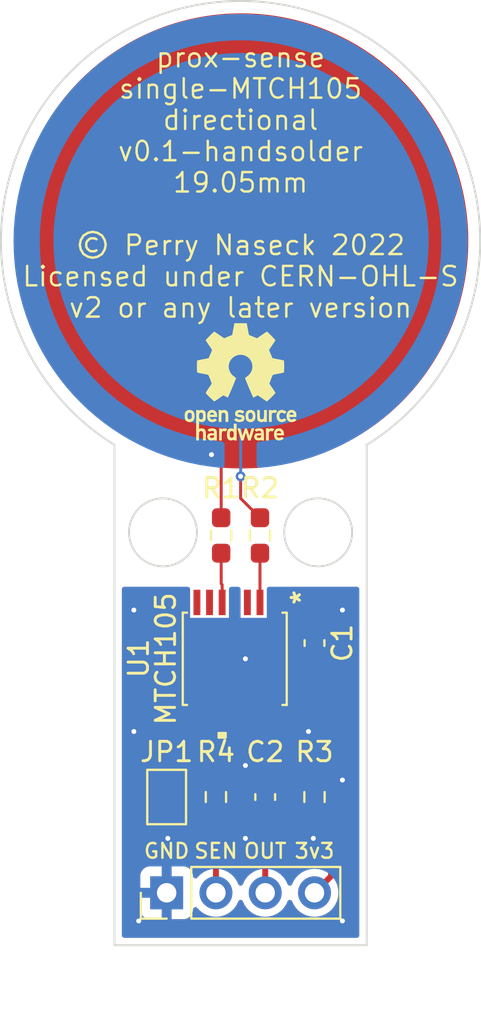
<source format=kicad_pcb>
(kicad_pcb (version 20211014) (generator pcbnew)
  (title_block (title "Prox Sense Single MTCH105 Directional 19.05mm Handsolder") (date "2022-03-09") (rev "v0.1") (company "Perry Naseck") (comment 4 "Copyright Perry Naseck 2022; licensed under CERN-OHL-S v2 or any later version"))
  (layers (0 "F.Cu" signal) (31 "B.Cu" signal) (34 "B.Paste" user) (35 "F.Paste" user) (36 "B.SilkS" user "B.Silkscreen") (37 "F.SilkS" user "F.Silkscreen") (38 "B.Mask" user) (39 "F.Mask" user) (44 "Edge.Cuts" user))
  (net 0 "")
  (net 1 "SENSE0")
  (net 2 "GUARD")
  (net 3 "Net-(R1-Pad1)")
  (net 4 "Net-(R2-Pad1)")
  (net 5 "+3V3")
  (net 6 "OUT")
  (net 7 "SENSITIVITY")
  (net 8 "Net-(C2-Pad1)")
  (net 9 "Net-(JP1-Pad1)")
  (net 10 "GND")
  (footprint "Resistor_SMD:R_0603_1608Metric_Pad0.98x0.95mm_HandSolder" (layer "F.Cu") (at 141.23 108.8725 90)
    (fp_text reference "R4" (at 2.3225 0) (layer "F.SilkS"))
    (fp_text value "330")
    (pad "1" smd roundrect (at -0.9125 0 90) (size 0.975 0.95) (layers "F.Cu" "F.Paste" "F.Mask") (net 7 "SENSITIVITY"))
    (pad "2" smd roundrect (at 0.9125 0 90) (size 0.975 0.95) (layers "F.Cu" "F.Paste" "F.Mask") (net 8 "Net-(C2-Pad1)"))
  )
  (footprint "Symbol:OSHW-Logo_5.7x6mm_SilkScreen" (layer "F.Cu") (at 142.493073 87.5)
    (fp_text reference "REF**" hide)
    (fp_text value "OSHW-Logo_5.7x6mm_SilkScreen" hide)
  )
  (footprint "Capacitor_SMD:C_0603_1608Metric_Pad1.08x0.95mm_HandSolder" (layer "F.Cu") (at 146.31 100.9485 -90)
    (fp_text reference "C1" (at 0 -1.43 90) (layer "F.SilkS"))
    (fp_text value "0.1uF")
    (pad "1" smd roundrect (at -0.8625 0 270) (size 1.075 0.95) (layers "F.Cu" "F.Paste" "F.Mask") (net 5 "+3V3"))
    (pad "2" smd roundrect (at 0.8625 0 270) (size 1.075 0.95) (layers "F.Cu" "F.Paste" "F.Mask") (net 10 "GND"))
  )
  (footprint "2021:MTCH105-I&slash_ST" (layer "F.Cu") (at 142.2 101.758852 -90)
    (fp_text reference "U1" (at -0.021852 4.953 90) (layer "F.SilkS"))
    (fp_text value "MTCH105" (at 0 3.556 90) (layer "F.SilkS"))
    (fp_text user "*" (at -3.15595 -3.4486 -90) (layer "F.SilkS"))
    (fp_text user "*" (at -3.15595 -3.4486 -90) (layer "F.SilkS"))
    (pad "1" smd rect (at -2.90195 -1.950001 270) (size 1.3081 0.3556) (layers "F.Cu" "F.Paste" "F.Mask") (net 5 "+3V3"))
    (pad "2" smd rect (at -2.90195 -1.3 270) (size 1.3081 0.3556) (layers "F.Cu" "F.Paste" "F.Mask") (net 4 "Net-(R2-Pad1)"))
    (pad "3" smd rect (at -2.90195 -0.649999 270) (size 1.3081 0.3556) (layers "F.Cu" "F.Paste" "F.Mask"))
    (pad "4" smd rect (at -2.90195 0 270) (size 1.3081 0.3556) (layers "F.Cu" "F.Paste" "F.Mask") (net 5 "+3V3"))
    (pad "5" smd rect (at -2.90195 0.649999 270) (size 1.3081 0.3556) (layers "F.Cu" "F.Paste" "F.Mask") (net 3 "Net-(R1-Pad1)"))
    (pad "6" smd rect (at -2.90195 1.3 270) (size 1.3081 0.3556) (layers "F.Cu" "F.Paste" "F.Mask"))
    (pad "7" smd rect (at -2.90195 1.949999 270) (size 1.3081 0.3556) (layers "F.Cu" "F.Paste" "F.Mask"))
    (pad "8" smd rect (at 2.90195 1.950001 270) (size 1.3081 0.3556) (layers "F.Cu" "F.Paste" "F.Mask"))
    (pad "9" smd rect (at 2.90195 1.3 270) (size 1.3081 0.3556) (layers "F.Cu" "F.Paste" "F.Mask"))
    (pad "10" smd rect (at 2.90195 0.650001 270) (size 1.3081 0.3556) (layers "F.Cu" "F.Paste" "F.Mask") (net 9 "Net-(JP1-Pad1)"))
    (pad "11" smd rect (at 2.90195 0 270) (size 1.3081 0.3556) (layers "F.Cu" "F.Paste" "F.Mask") (net 8 "Net-(C2-Pad1)"))
    (pad "12" smd rect (at 2.90195 -0.649999 270) (size 1.3081 0.3556) (layers "F.Cu" "F.Paste" "F.Mask"))
    (pad "13" smd rect (at 2.90195 -1.3 270) (size 1.3081 0.3556) (layers "F.Cu" "F.Paste" "F.Mask") (net 6 "OUT"))
    (pad "14" smd rect (at 2.90195 -1.949999 270) (size 1.3081 0.3556) (layers "F.Cu" "F.Paste" "F.Mask") (net 10 "GND"))
  )
  (footprint "Connector_PinHeader_2.54mm:PinHeader_1x04_P2.54mm_Vertical" (layer "F.Cu") (at 138.69 113.802 90)
    (fp_text reference "J1" hide)
    (fp_text value "Conn_01x04_Male")
    (pad "1" thru_hole rect (at 0 0 90) (size 1.7 1.7) (drill 1) (layers *.Cu *.Mask) (net 10 "GND"))
    (pad "2" thru_hole oval (at 0 2.54 90) (size 1.7 1.7) (drill 1) (layers *.Cu *.Mask) (net 7 "SENSITIVITY"))
    (pad "3" thru_hole oval (at 0 5.08 90) (size 1.7 1.7) (drill 1) (layers *.Cu *.Mask) (net 6 "OUT"))
    (pad "4" thru_hole oval (at 0 7.62 90) (size 1.7 1.7) (drill 1) (layers *.Cu *.Mask) (net 5 "+3V3"))
  )
  (footprint "Resistor_SMD:R_0603_1608Metric_Pad0.98x0.95mm_HandSolder" (layer "F.Cu") (at 141.5 95.4105 90)
    (fp_text reference "R1" (at 2.4365 0 180) (layer "F.SilkS"))
    (fp_text value "0")
    (pad "1" smd roundrect (at -0.9125 0 90) (size 0.975 0.95) (layers "F.Cu" "F.Paste" "F.Mask") (net 3 "Net-(R1-Pad1)"))
    (pad "2" smd roundrect (at 0.9125 0 90) (size 0.975 0.95) (layers "F.Cu" "F.Paste" "F.Mask") (net 2 "GUARD"))
  )
  (footprint "Resistor_SMD:R_0603_1608Metric_Pad0.98x0.95mm_HandSolder" (layer "F.Cu") (at 146.31 108.8725 -90)
    (fp_text reference "R3" (at -2.3225 0 180) (layer "F.SilkS"))
    (fp_text value "10k")
    (pad "1" smd roundrect (at -0.9125 0 270) (size 0.975 0.95) (layers "F.Cu" "F.Paste" "F.Mask") (net 5 "+3V3"))
    (pad "2" smd roundrect (at 0.9125 0 270) (size 0.975 0.95) (layers "F.Cu" "F.Paste" "F.Mask") (net 6 "OUT"))
  )
  (footprint "Capacitor_SMD:C_0603_1608Metric_Pad1.08x0.95mm_HandSolder" (layer "F.Cu") (at 143.77 108.8725 -90)
    (fp_text reference "C2" (at -2.3225 0 180) (layer "F.SilkS"))
    (fp_text value "0.1uF")
    (pad "1" smd roundrect (at -0.8625 0 270) (size 1.075 0.95) (layers "F.Cu" "F.Paste" "F.Mask") (net 8 "Net-(C2-Pad1)"))
    (pad "2" smd roundrect (at 0.8625 0 270) (size 1.075 0.95) (layers "F.Cu" "F.Paste" "F.Mask") (net 10 "GND"))
  )
  (footprint "Jumper:SolderJumper-2_P1.3mm_Bridged_Pad1.0x1.5mm" (layer "F.Cu") (at 138.69 108.8725 -90)
    (fp_text reference "JP1" (at -2.3225 0 180) (layer "F.SilkS"))
    (fp_text value "GC_Bridged")
    (fp_poly (pts (xy -0.25 -0.3) (xy 0.25 -0.3) (xy 0.25 0.3) (xy -0.25 0.3)) (layer "F.Cu") (width 0) (fill solid))
    (pad "1" smd rect (at -0.65 0 270) (size 1 1.5) (layers "F.Cu" "F.Mask") (net 9 "Net-(JP1-Pad1)"))
    (pad "2" smd rect (at 0.65 0 270) (size 1 1.5) (layers "F.Cu" "F.Mask") (net 10 "GND"))
  )
  (footprint "Resistor_SMD:R_0603_1608Metric_Pad0.98x0.95mm_HandSolder" (layer "F.Cu") (at 143.5 95.4105 90)
    (fp_text reference "R2" (at 2.4365 0 180) (layer "F.SilkS"))
    (fp_text value "4.7k")
    (pad "1" smd roundrect (at -0.9125 0 90) (size 0.975 0.95) (layers "F.Cu" "F.Paste" "F.Mask") (net 4 "Net-(R2-Pad1)"))
    (pad "2" smd roundrect (at 0.9125 0 90) (size 0.975 0.95) (layers "F.Cu" "F.Paste" "F.Mask") (net 1 "SENSE0"))
  )
  (footprint "prox-sense:prox-sense-cap-directional-19.05mm" (layer "B.Cu") (at 142.499994 80.250005 180)
    (fp_text reference "U2" hide)
    (fp_text value "prox-sense-cap" hide)
    (fp_circle (center -0.024999 0.000001) (end 11.500001 0.000001) (layer "F.Cu") (width 0.375) (fill solid))
    (fp_poly (pts (xy 9.5 0.000001) (xy 9.487606 -0.490155) (xy 9.450823 -0.973875) (xy 9.390251 -1.450563) (xy 9.306486 -1.919619) (xy 9.200128 -2.380445) (xy 9.071775 -2.832443) (xy 8.922026 -3.275014) (xy 8.751478 -3.707559) (xy 8.560732 -4.12948) (xy 8.350384 -4.54018) (xy 8.121034 -4.939058) (xy 7.87328 -5.325517) (xy 7.60772 -5.698958) (xy 7.324954 -6.058783) (xy 7.025578 -6.404394) (xy 6.710193 -6.735191) (xy 6.379396 -7.050576) (xy 6.033785 -7.349952) (xy 5.67396 -7.632718) (xy 5.300519 -7.898278) (xy 4.91406 -8.146032) (xy 4.515182 -8.375382) (xy 4.104482 -8.58573) (xy 3.682561 -8.776476) (xy 3.250016 -8.947024) (xy 2.807445 -9.096773) (xy 2.355447 -9.225126) (xy 1.894621 -9.331484) (xy 1.425565 -9.415249) (xy 0.948877 -9.475821) (xy 0.465157 -9.512604) (xy -0.024999 -9.524998) (xy -0.515154 -9.512604) (xy -0.998875 -9.475821) (xy -1.475562 -9.415249) (xy -1.944618 -9.331484) (xy -2.405445 -9.225126) (xy -2.857442 -9.096773) (xy -3.300013 -8.947024) (xy -3.732559 -8.776476) (xy -4.15448 -8.58573) (xy -4.565179 -8.375382) (xy -4.964058 -8.146032) (xy -5.350517 -7.898278) (xy -5.723958 -7.632718) (xy -6.083783 -7.349952) (xy -6.429393 -7.050576) (xy -6.760191 -6.735191) (xy -7.075576 -6.404394) (xy -7.374952 -6.058783) (xy -7.657718 -5.698958) (xy -7.923278 -5.325517) (xy -8.171032 -4.939058) (xy -8.400382 -4.54018) (xy -8.61073 -4.12948) (xy -8.801477 -3.707559) (xy -8.972024 -3.275014) (xy -9.121773 -2.832443) (xy -9.250126 -2.380445) (xy -9.356484 -1.919619) (xy -9.440249 -1.450563) (xy -9.500822 -0.973875) (xy -9.537604 -0.490155) (xy -9.549998 0.000001) (xy -9.537604 0.490156) (xy -9.500822 0.973877) (xy -9.440249 1.450564) (xy -9.356484 1.91962) (xy -9.250126 2.380447) (xy -9.121773 2.832444) (xy -8.972024 3.275015) (xy -8.801477 3.707561) (xy -8.61073 4.129482) (xy -8.400382 4.540181) (xy -8.171032 4.93906) (xy -7.923278 5.325519) (xy -7.657718 5.69896) (xy -7.374952 6.058785) (xy -7.075576 6.404395) (xy -6.760191 6.735193) (xy -6.429393 7.050578) (xy -6.083783 7.349954) (xy -5.723958 7.63272) (xy -5.350517 7.89828) (xy -4.964058 8.146034) (xy -4.565179 8.375384) (xy -4.15448 8.585732) (xy -3.732559 8.776479) (xy -3.300013 8.947026) (xy -2.857442 9.096775) (xy -2.405445 9.225128) (xy -1.944618 9.331486) (xy -1.475562 9.415251) (xy -0.998875 9.475824) (xy -0.515154 9.512606) (xy -0.024999 9.525) (xy 0.465157 9.512606) (xy 0.948877 9.475824) (xy 1.425565 9.415251) (xy 1.894621 9.331486) (xy 2.355447 9.225128) (xy 2.807445 9.096775) (xy 3.250016 8.947026) (xy 3.682561 8.776479) (xy 4.104482 8.585732) (xy 4.515182 8.375384) (xy 4.91406 8.146034) (xy 5.300519 7.89828) (xy 5.67396 7.63272) (xy 6.033785 7.349954) (xy 6.379396 7.050578) (xy 6.710193 6.735193) (xy 7.025578 6.404395) (xy 7.324954 6.058785) (xy 7.60772 5.69896) (xy 7.87328 5.325519) (xy 8.121034 4.93906) (xy 8.350384 4.540181) (xy 8.560732 4.129482) (xy 8.751478 3.707561) (xy 8.922026 3.275015) (xy 9.071775 2.832444) (xy 9.200128 2.380447) (xy 9.306486 1.91962) (xy 9.390251 1.450564) (xy 9.450823 0.973877) (xy 9.487606 0.490156) (xy 9.5 0.000001)) (layer "B.Cu") (width 0.292575) (fill solid))
    (fp_poly (pts (xy 0.000254 11.502918) (xy 0.59332 11.487916) (xy 1.178601 11.443405) (xy 1.755372 11.370109) (xy 2.322909 11.268752) (xy 2.880489 11.140059) (xy 3.427386 10.984754) (xy 3.962877 10.80356) (xy 4.486238 10.597202) (xy 4.996744 10.366404) (xy 5.493672 10.11189) (xy 5.976297 9.834384) (xy 6.443896 9.534611) (xy 6.895744 9.213293) (xy 7.331117 8.871157) (xy 7.749291 8.508924) (xy 8.149541 8.127321) (xy 8.531145 7.72707) (xy 8.893377 7.308896) (xy 9.235514 6.873523) (xy 9.556831 6.421676) (xy 9.856605 5.954077) (xy 10.13411 5.471452) (xy 10.388624 4.974524) (xy 10.619422 4.464018) (xy 10.82578 3.940658) (xy 11.006974 3.405167) (xy 11.162279 2.85827) (xy 11.290972 2.300691) (xy 11.392328 1.733155) (xy 11.465624 1.156384) (xy 11.510135 0.571104) (xy 11.525137 -0.021962) (xy 11.511847 -0.579264) (xy 11.472364 -1.130121) (xy 11.407272 -1.673896) (xy 11.317153 -2.209954) (xy 11.202592 -2.737658) (xy 11.064171 -3.256371) (xy 10.902473 -3.765458) (xy 10.718081 -4.264282) (xy 10.511579 -4.752206) (xy 10.28355 -5.228596) (xy 10.034577 -5.692813) (xy 9.765243 -6.144223) (xy 9.47613 -6.582188) (xy 9.167823 -7.006073) (xy 8.840905 -7.415241) (xy 8.495958 -7.809056) (xy 8.133565 -8.186881) (xy 7.754311 -8.548081) (xy 7.358777 -8.892019) (xy 6.947548 -9.218059) (xy 6.521205 -9.525564) (xy 6.080333 -9.813899) (xy 5.625515 -10.082426) (xy 5.157333 -10.33051) (xy 4.676371 -10.557515) (xy 4.183211 -10.762804) (xy 3.678438 -10.945741) (xy 3.162634 -11.105689) (xy 2.636383 -11.242013) (xy 2.100266 -11.354075) (xy 1.554869 -11.441241) (xy 1.000773 -11.502873) (xy 1.000193 -10.499363) (xy 1.502699 -10.439352) (xy 1.997203 -10.356354) (xy 2.483183 -10.250943) (xy 2.960118 -10.123691) (xy 3.427486 -9.975172) (xy 3.884766 -9.805961) (xy 4.331437 -9.61663) (xy 4.766977 -9.407752) (xy 5.190865 -9.179902) (xy 5.60258 -8.933653) (xy 6.0016 -8.669579) (xy 6.387404 -8.388252) (xy 6.75947 -8.090247) (xy 7.117278 -7.776136) (xy 7.460305 -7.446494) (xy 7.788031 -7.101894) (xy 8.099933 -6.742909) (xy 8.395492 -6.370113) (xy 8.674184 -5.984079) (xy 8.93549 -5.585382) (xy 9.178887 -5.174593) (xy 9.403855 -4.752288) (xy 9.609871 -4.319039) (xy 9.796415 -3.87542) (xy 9.962966 -3.422004) (xy 10.109 -2.959365) (xy 10.233999 -2.488076) (xy 10.337439 -2.008712) (xy 10.4188 -1.521844) (xy 10.477561 -1.028048) (xy 10.513199 -0.527896) (xy 10.525195 -0.021962) (xy 10.5115 0.519643) (xy 10.470856 1.054138) (xy 10.403925 1.580863) (xy 10.311367 2.099155) (xy 10.193845 2.608353) (xy 10.052019 3.107797) (xy 9.88655 3.596825) (xy 9.6981 4.074775) (xy 9.487331 4.540987) (xy 9.254903 4.994799) (xy 9.001477 5.435549) (xy 8.727716 5.862577) (xy 8.43428 6.275221) (xy 8.121831 6.67282) (xy 7.791029 7.054712) (xy 7.442537 7.420236) (xy 7.077015 7.768732) (xy 6.695125 8.099536) (xy 6.297528 8.411989) (xy 5.884885 8.70543) (xy 5.457857 8.979195) (xy 5.017107 9.232625) (xy 4.563295 9.465058) (xy 4.097082 9.675833) (xy 3.61913 9.864289) (xy 3.1301 10.029763) (xy 2.630654 10.171595) (xy 2.121452 10.289124) (xy 1.603155 10.381688) (xy 1.076426 10.448626) (xy 0.541926 10.489277) (xy 0.000315 10.502979) (xy -0.521612 10.490065) (xy -1.039997 10.451517) (xy -1.553977 10.387694) (xy -2.062689 10.298951) (xy -2.56527 10.185648) (xy -3.060858 10.04814) (xy -3.54859 9.886786) (xy -4.027603 9.701942) (xy -4.497034 9.493966) (xy -4.956022 9.263216) (xy -5.403703 9.010048) (xy -5.839214 8.73482) (xy -6.261694 8.437889) (xy -6.670278 8.119612) (xy -7.064105 7.780347) (xy -7.442312 7.420452) (xy -7.802225 7.042262) (xy -8.141509 6.648451) (xy -8.459805 6.239883) (xy -8.756756 5.817419) (xy -9.032005 5.381922) (xy -9.285195 4.934256) (xy -9.515968 4.475282) (xy -9.723967 4.005864) (xy -9.908834 3.526864) (xy -10.070212 3.039144) (xy -10.207744 2.543569) (xy -10.321072 2.040999) (xy -10.409839 1.532299) (xy -10.473687 1.01833) (xy -10.512259 0.499956) (xy -10.525198 -0.021962) (xy -10.513201 -0.527909) (xy -10.47756 -1.028074) (xy -10.418796 -1.521883) (xy -10.337429 -2.008762) (xy -10.233982 -2.488138) (xy -10.108975 -2.959438) (xy -9.962931 -3.422087) (xy -9.796371 -3.875512) (xy -9.609815 -4.31914) (xy -9.403787 -4.752397) (xy -9.178806 -5.174709) (xy -8.935394 -5.585504) (xy -8.674073 -5.984207) (xy -8.395365 -6.370245) (xy -8.09979 -6.743044) (xy -7.78787 -7.102031) (xy -7.460127 -7.446633) (xy -7.117081 -7.776275) (xy -6.759255 -8.090384) (xy -6.38717 -8.388387) (xy -6.001347 -8.669711) (xy -5.602307 -8.933781) (xy -5.190572 -9.180024) (xy -4.766664 -9.407866) (xy -4.331104 -9.616734) (xy -3.884413 -9.806055) (xy -3.427113 -9.975255) (xy -2.959725 -10.12376) (xy -2.482771 -10.250997) (xy -1.996771 -10.356392) (xy -1.502248 -10.439372) (xy -0.999723 -10.499363) (xy -0.999685 -11.502919) (xy -1.553803 -11.441338) (xy -2.099225 -11.354221) (xy -2.635367 -11.242204) (xy -3.161646 -11.105924) (xy -3.677478 -10.946016) (xy -4.182281 -10.763118) (xy -4.675472 -10.557864) (xy -5.156466 -10.330891) (xy -5.624681 -10.082836) (xy -6.079534 -9.814334) (xy -6.520441 -9.526022) (xy -6.94682 -9.218536) (xy -7.358086 -8.892512) (xy -7.753657 -8.548586) (xy -8.132949 -8.187394) (xy -8.495379 -7.809574) (xy -8.840364 -7.415759) (xy -9.167321 -7.006588) (xy -9.475667 -6.582696) (xy -9.764817 -6.144719) (xy -10.03419 -5.693294) (xy -10.283202 -5.229056) (xy -10.511268 -4.752643) (xy -10.717808 -4.264689) (xy -10.902236 -3.765831) (xy -11.06397 -3.256706) (xy -11.202427 -2.73795) (xy -11.317023 -2.210198) (xy -11.407175 -1.674087) (xy -11.472301 -1.130253) (xy -11.511815 -0.579333) (xy -11.525137 -0.021962) (xy -11.510972 0.549518) (xy -11.468739 1.117121) (xy -11.39883 1.679903) (xy -11.301635 2.236919) (xy -11.177545 2.787223) (xy -11.026953 3.329872) (xy -10.850248 3.863919) (xy -10.647824 4.388422) (xy -10.42007 4.902433) (xy -10.167379 5.40501) (xy -9.890141 5.895206) (xy -9.588748 6.372077) (xy -9.263591 6.834678) (xy -8.915061 7.282065) (xy -8.543551 7.713292) (xy -8.14945 8.127414) (xy -7.735318 8.521506) (xy -7.304081 8.893008) (xy -6.856685 9.241527) (xy -6.394074 9.566674) (xy -5.917193 9.868057) (xy -5.426986 10.145283) (xy -4.924399 10.397963) (xy -4.410376 10.625705) (xy -3.885862 10.828118) (xy -3.351801 11.00481) (xy -2.809138 11.15539) (xy -2.258818 11.279467) (xy -1.701785 11.37665) (xy -1.138985 11.446546) (xy -0.571362 11.488766) (xy 0.00014 11.502918) (xy 0.000254 11.502918)) (layer "B.Cu") (width 0.354009) (fill solid))
    (pad "1" smd roundrect (at 0 -8.625 180) (size 2.286 1.524) (layers "B.Cu") (net 1 "SENSE0"))
    (pad "2" thru_hole circle (at 1.5 -11 180) (size 1 1) (drill 0.254) (layers *.Cu) (net 2 "GUARD"))
    (pad "2" smd circle (at -1.5 -11 90) (size 1 1) (layers "F.Cu") (net 2 "GUARD"))
    (pad "2" smd circle (at -1.5 -11 180) (size 1 1) (layers "B.Cu") (net 2 "GUARD"))
  )
  (gr_circle (center 146.5 95.25) (end 148.25 95.25) (layer "Edge.Cuts") (width 0.1) (fill none))
  (gr_arc (start 136 90.75) (mid 142.5 67.900911) (end 149 90.75) (layer "Edge.Cuts") (width 0.1))
  (gr_circle (center 138.5 95.25) (end 140.25 95.25) (layer "Edge.Cuts") (width 0.1) (fill none))
  (gr_line (start 136 90.75) (end 136 116.5) (layer "Edge.Cuts") (width 0.1))
  (gr_line (start 149 116.5) (end 136 116.5) (layer "Edge.Cuts") (width 0.1))
  (gr_line (start 149 90.75) (end 149 116.5) (layer "Edge.Cuts") (width 0.1))
  (gr_text "prox-sense\nsingle-MTCH105\ndirectional\nv0.1-handsolder\n19.05mm\n\n© Perry Naseck 2022\nLicensed under CERN-OHL-S\nv2 or any later version\n" (at 142.499994 77.250011) (layer "F.SilkS") (effects (font (size 1 1) (thickness 0.125))))
  (gr_text "GND" (at 138.69 111.65) (layer "F.SilkS") (effects (font (size 0.762 0.762) (thickness 0.127))))
  (gr_text "OUT" (at 143.77 111.65) (layer "F.SilkS") (effects (font (size 0.762 0.762) (thickness 0.127))))
  (gr_text "SEN" (at 141.23 111.65) (layer "F.SilkS") (effects (font (size 0.762 0.762) (thickness 0.127))))
  (gr_text "3v3" (at 146.31 111.65) (layer "F.SilkS") (effects (font (size 0.762 0.762) (thickness 0.127))))
  (segment (start 142.501805 93.499805) (end 143.5 94.498) (width 0.1524) (layer "F.Cu") (net 1))
  (segment (start 142.501805 92.367567) (end 142.501805 93.499805) (width 0.1524) (layer "F.Cu") (net 1))
  (via (at 142.501805 92.367567) (size 0.508) (drill 0.254) (layers "F.Cu" "B.Cu") (net 1))
  (segment (start 142.501805 92.367567) (end 142.506927 92.362445) (width 0.1524) (layer "B.Cu") (net 1))
  (segment (start 142.506927 92.362445) (end 142.506927 87.375) (width 0.1524) (layer "B.Cu") (net 1))
  (segment (start 141 91.25) (end 141.5 91.75) (width 0.1524) (layer "F.Cu") (net 2))
  (segment (start 141.5 91.75) (end 141.5 94.498) (width 0.1524) (layer "F.Cu") (net 2))
  (segment (start 141.550001 97.942454) (end 141.5 97.892453) (width 0.1524) (layer "F.Cu") (net 3))
  (segment (start 141.550001 98.856902) (end 141.550001 97.942454) (width 0.1524) (layer "F.Cu") (net 3))
  (segment (start 141.5 97.892453) (end 141.5 96.323) (width 0.1524) (layer "F.Cu") (net 3))
  (segment (start 143.5 98.856902) (end 143.5 96.323) (width 0.1524) (layer "F.Cu") (net 4))
  (segment (start 146.31 100.086) (end 142.430625 100.086) (width 0.3048) (layer "F.Cu") (net 5))
  (segment (start 147.16 112.952) (end 147.16 108.81) (width 0.3048) (layer "F.Cu") (net 5))
  (segment (start 145.379099 100.086) (end 144.150001 98.856902) (width 0.3048) (layer "F.Cu") (net 5))
  (segment (start 146.31 100.086) (end 145.379099 100.086) (width 0.3048) (layer "F.Cu") (net 5))
  (segment (start 146.31 107.96) (end 147.08932 107.18068) (width 0.3048) (layer "F.Cu") (net 5))
  (segment (start 147.08932 100.86532) (end 146.31 100.086) (width 0.3048) (layer "F.Cu") (net 5))
  (segment (start 142.430625 100.086) (end 142.2 99.855375) (width 0.3048) (layer "F.Cu") (net 5))
  (segment (start 147.16 108.81) (end 146.31 107.96) (width 0.3048) (layer "F.Cu") (net 5))
  (segment (start 146.31 113.802) (end 147.16 112.952) (width 0.3048) (layer "F.Cu") (net 5))
  (segment (start 147.08932 107.18068) (end 147.08932 100.86532) (width 0.3048) (layer "F.Cu") (net 5))
  (segment (start 142.2 99.855375) (end 142.2 98.856902) (width 0.3048) (layer "F.Cu") (net 5))
  (segment (start 143.77 113.802) (end 143.77 112.325) (width 0.3048) (layer "F.Cu") (net 6))
  (segment (start 143.77 112.325) (end 146.31 109.785) (width 0.3048) (layer "F.Cu") (net 6))
  (segment (start 146.31 109.785) (end 145.5 108.975) (width 0.3048) (layer "F.Cu") (net 6))
  (segment (start 145.5 108.975) (end 145.5 107.5) (width 0.3048) (layer "F.Cu") (net 6))
  (segment (start 145.5 107.5) (end 143.5 105.5) (width 0.3048) (layer "F.Cu") (net 6))
  (segment (start 143.5 105.5) (end 143.5 104.660802) (width 0.3048) (layer "F.Cu") (net 6))
  (segment (start 141.23 113.802) (end 141.23 109.785) (width 0.3048) (layer "F.Cu") (net 7))
  (segment (start 141.23 107.96) (end 143.72 107.96) (width 0.3048) (layer "F.Cu") (net 8))
  (segment (start 142.2 104.660802) (end 142.2 106.99) (width 0.3048) (layer "F.Cu") (net 8))
  (segment (start 143.72 107.96) (end 143.77 108.01) (width 0.3048) (layer "F.Cu") (net 8))
  (segment (start 142.2 106.99) (end 141.23 107.96) (width 0.3048) (layer "F.Cu") (net 8))
  (segment (start 138.69 108.2225) (end 141.549999 105.362501) (width 0.3048) (layer "F.Cu") (net 9))
  (segment (start 141.549999 105.362501) (end 141.549999 104.660802) (width 0.3048) (layer "F.Cu") (net 9))
  (via (at 146 105.5) (size 0.508) (drill 0.254) (layers "F.Cu" "B.Cu") (net 10))
  (via (at 142.75 101.758852) (size 0.508) (drill 0.254) (layers "F.Cu" "B.Cu") (net 10))
  (via (at 147.75 108) (size 0.508) (drill 0.254) (layers "F.Cu" "B.Cu") (net 10))
  (via (at 142.75 107.25) (size 0.508) (drill 0.254) (layers "F.Cu" "B.Cu") (net 10))
  (via (at 137 99.25) (size 0.508) (drill 0.254) (layers "F.Cu" "B.Cu") (net 10))
  (via (at 147.75 115.25) (size 0.508) (drill 0.254) (layers "F.Cu" "B.Cu") (net 10))
  (via (at 138.75 111) (size 0.508) (drill 0.254) (layers "F.Cu" "B.Cu") (net 10))
  (via (at 146.25 111) (size 0.508) (drill 0.254) (layers "F.Cu" "B.Cu") (net 10))
  (via (at 142.75 111) (size 0.508) (drill 0.254) (layers "F.Cu" "B.Cu") (net 10))
  (via (at 137.25 115.25) (size 0.508) (drill 0.254) (layers "F.Cu" "B.Cu") (net 10))
  (via (at 137 105.5) (size 0.508) (drill 0.254) (layers "F.Cu" "B.Cu") (net 10))
  (via (at 147.75 99.25) (size 0.508) (drill 0.254) (layers "F.Cu" "B.Cu") (net 10))
  (zone (net 10) (net_name "GND") (layers F&B.Cu) (connect_pads (clearance 0.381)) (min_thickness 0.254) (fill yes (thermal_gap 0.508) (thermal_bridge_width 0.508))
    (polygon (pts (xy 149 116.5) (xy 136 116.5) (xy 136 98.05) (xy 139.9 98.05) (xy 139.9 99.65) (xy 141.9 99.65) (xy 141.9 98.05) (xy 142.5 98.05) (xy 142.5 99.65) (xy 143.85 99.65) (xy 143.85 98.05) (xy 148.95 98.05)))
  )
)
</source>
